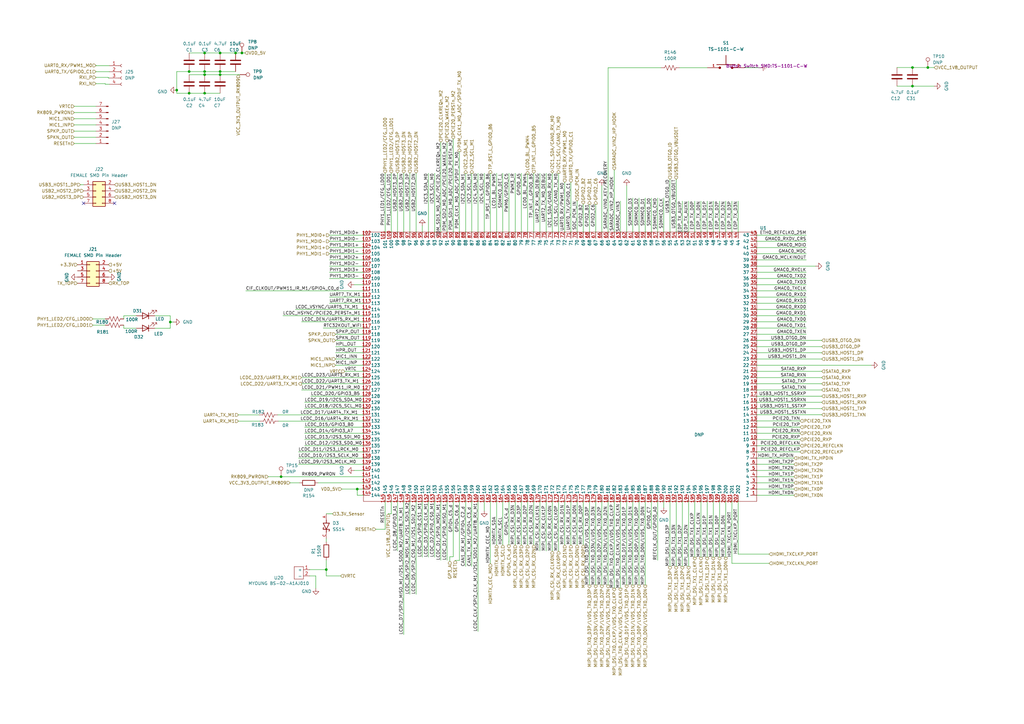
<source format=kicad_sch>
(kicad_sch (version 20231120) (generator "eeschema") (generator_version "7.99")
  (paper "A3")
  (junction (at 133.8295 233.6065))
  (junction (at 90.2707 29.3423))
  (junction (at 83.9207 30.6123))
  (junction (at 99.231 21.7223))
  (junction (at 146.5295 200.5865))
  (junction (at 83.9207 29.3423))
  (junction (at 96.6207 21.7223))
  (junction (at 380.5549 27.6952))
  (junction (at 77.5707 38.2323))
  (junction (at 374.2473 35.3152))
  (junction (at 72.4907 36.9623))
  (junction (at 90.2707 30.6123))
  (junction (at 69.85 132.08))
  (junction (at 115.2798 195.5009))
  (junction (at 90.2707 21.7223))
  (junction (at 77.5707 29.3423))
  (junction (at 83.9207 38.2323))
  (junction (at 374.2473 27.6952))
  (junction (at 83.9207 21.7223))
  (no_connect (at 34.2778 83.3698))
  (no_connect (at 46.9778 83.3698))
  (wire (pts (xy 246.8595 76.1265) (xy 246.8595 95.1765)))
  (wire (pts (xy 124.9395 165.0265) (xy 149.0695 165.0265)))
  (wire (pts (xy 188.4395 95.1765) (xy 188.4395 62.1565)))
  (wire (pts (xy 259.5595 205.6665) (xy 259.5595 239.9565)))
  (wire (pts (xy 127 233.6065) (xy 133.8295 233.6065)))
  (wire (pts (xy 173.1995 92.6365) (xy 173.1995 95.1765)))
  (wire (pts (xy 241.7795 205.6665) (xy 241.7795 239.9565)))
  (wire (pts (xy 30.4678 56.3152) (xy 39.3578 56.3152)))
  (wire (pts (xy 145.2595 116.7665) (xy 149.0695 116.7665)))
  (wire (pts (xy 272.2595 208.2065) (xy 272.2595 205.6665)))
  (wire (pts (xy 30.4678 51.2352) (xy 39.3578 51.2352)))
  (wire (pts (xy 310.3595 190.4265) (xy 325.5995 190.4265)))
  (wire (pts (xy 137.6395 149.7865) (xy 149.0695 149.7865)))
  (wire (pts (xy 259.5595 81.2065) (xy 259.5595 95.1765)))
  (wire (pts (xy 374.2473 27.6952) (xy 380.5549 27.6952)))
  (wire (pts (xy 116.0495 129.4665) (xy 149.0695 129.4665)))
  (wire (pts (xy 234.1595 205.6665) (xy 234.1595 223.4465)))
  (wire (pts (xy 30.4678 43.6152) (xy 39.3578 43.6152)))
  (wire (pts (xy 98.3725 30.6115) (xy 98.3725 30.6123)))
  (wire (pts (xy 135.0995 114.2265) (xy 149.0695 114.2265)))
  (wire (pts (xy 30.4678 48.6952) (xy 39.3578 48.6952)))
  (wire (pts (xy 154.1495 217.0965) (xy 157.9595 217.0965)))
  (wire (pts (xy 229.0795 71.0465) (xy 229.0795 95.1765)))
  (wire (pts (xy 69.85 132.08) (xy 69.85 134.62)))
  (wire (pts (xy 231.6195 74.8565) (xy 231.6195 95.1765)))
  (wire (pts (xy 279.8795 82.4765) (xy 279.8795 95.1765)))
  (wire (pts (xy 198.5995 95.1765) (xy 198.5995 71.0465)))
  (wire (pts (xy 310.3595 198.0465) (xy 325.5995 198.0465)))
  (wire (pts (xy 246.8595 205.6665) (xy 246.8595 239.9565)))
  (wire (pts (xy 118.9699 198.0273) (xy 118.9699 198.0465)))
  (wire (pts (xy 279.8795 205.6665) (xy 279.8795 232.3365)))
  (wire (pts (xy 310.3595 111.6865) (xy 330.6795 111.6865)))
  (wire (pts (xy 124.9395 180.2665) (xy 149.0695 180.2665)))
  (wire (pts (xy 135.0995 104.0665) (xy 149.0695 104.0665)))
  (wire (pts (xy 188.4395 205.6665) (xy 188.4395 229.87)))
  (wire (pts (xy 310.3595 170.1065) (xy 337.0295 170.1065)))
  (wire (pts (xy 249.3995 205.6665) (xy 249.3995 239.9565)))
  (wire (pts (xy 127.4795 162.4865) (xy 149.0695 162.4865)))
  (wire (pts (xy 295.1195 205.6665) (xy 295.1195 228.5265)))
  (wire (pts (xy 310.3595 116.7665) (xy 330.6795 116.7665)))
  (wire (pts (xy 139.7 236.22) (xy 133.8295 236.22)))
  (wire (pts (xy 206.2195 205.6665) (xy 206.2195 223.4465)))
  (wire (pts (xy 310.3595 159.9465) (xy 337.0295 159.9465)))
  (wire (pts (xy 297.6595 82.4765) (xy 297.6595 95.1765)))
  (wire (pts (xy 72.4907 29.3423) (xy 72.4907 36.9623)))
  (wire (pts (xy 236.6995 205.6665) (xy 236.6995 223.4465)))
  (wire (pts (xy 149.0695 190.4265) (xy 122.3995 190.4265)))
  (wire (pts (xy 310.3595 147.2465) (xy 337.0295 147.2465)))
  (wire (pts (xy 310.3595 154.8665) (xy 337.0295 154.8665)))
  (wire (pts (xy 262.0995 205.6665) (xy 262.0995 239.9565)))
  (wire (pts (xy 244.3195 205.6665) (xy 244.3195 239.9565)))
  (wire (pts (xy 262.0995 81.2065) (xy 262.0995 95.1765)))
  (wire (pts (xy 310.3595 165.0265) (xy 337.0295 165.0265)))
  (wire (pts (xy 146.5295 200.5865) (xy 149.0695 200.5865)))
  (wire (pts (xy 135.0995 106.6065) (xy 149.0695 106.6065)))
  (wire (pts (xy 118.9699 198.0465) (xy 122.8147 198.0465)))
  (wire (pts (xy 123.6695 132.0065) (xy 149.0695 132.0065)))
  (wire (pts (xy 310.3595 200.5865) (xy 325.5995 200.5865)))
  (wire (pts (xy 244.3195 83.7465) (xy 244.3195 95.1765)))
  (wire (pts (xy 264.6395 205.6665) (xy 264.6395 239.9565)))
  (wire (pts (xy 77.5707 21.7223) (xy 83.9207 21.7223)))
  (wire (pts (xy 183.3595 205.6665) (xy 183.3595 229.7965)))
  (wire (pts (xy 310.3595 192.9665) (xy 325.5995 192.9665)))
  (wire (pts (xy 221.4595 71.0465) (xy 221.4595 95.1765)))
  (wire (pts (xy 249.3995 27.7867) (xy 249.3995 95.1765)))
  (wire (pts (xy 236.6995 82.4765) (xy 236.6995 95.1765)))
  (wire (pts (xy 55.88 129.54) (xy 50.8 129.54)))
  (wire (pts (xy 160.4995 210.7465) (xy 160.4995 205.6665)))
  (wire (pts (xy 113.9047 170.18) (xy 125.73 170.18)))
  (wire (pts (xy 123.6695 154.8665) (xy 149.0695 154.8665)))
  (wire (pts (xy 208.7595 71.0465) (xy 208.7595 95.1765)))
  (wire (pts (xy 201.1395 95.1765) (xy 201.1395 71.0465)))
  (wire (pts (xy 129.54 236.22) (xy 127 236.22)))
  (wire (pts (xy 221.4595 205.6665) (xy 221.4595 225.9865)))
  (wire (pts (xy 50.8 129.54) (xy 50.8 130.81)))
  (wire (pts (xy 135.0995 96.4465) (xy 149.0695 96.4465)))
  (wire (pts (xy 98.3725 30.6123) (xy 90.2707 30.6123)))
  (wire (pts (xy 277.3395 205.6665) (xy 277.3395 232.3365)))
  (wire (pts (xy 135.0995 111.6865) (xy 149.0695 111.6865)))
  (wire (pts (xy 254.4795 82.4765) (xy 254.4795 95.1765)))
  (wire (pts (xy 310.3595 157.4065) (xy 337.0295 157.4065)))
  (wire (pts (xy 184.5048 230.1103) (xy 184.5048 228.346)))
  (wire (pts (xy 287.4995 205.6665) (xy 287.4995 228.5265)))
  (wire (pts (xy 83.9207 21.7223) (xy 90.2707 21.7223)))
  (wire (pts (xy 310.3595 139.6265) (xy 337.0295 139.6265)))
  (wire (pts (xy 39.37 34.29) (xy 43.18 34.29)))
  (wire (pts (xy 140.1795 200.5865) (xy 146.5295 200.5865)))
  (wire (pts (xy 208.7328 222.0138) (xy 208.7595 222.0138)))
  (wire (pts (xy 38.1 130.81) (xy 43.18 130.81)))
  (wire (pts (xy 175.7395 95.1765) (xy 175.7395 71.0465)))
  (wire (pts (xy 178.2795 205.6665) (xy 178.2795 228.5265)))
  (wire (pts (xy 100.8095 119.3065) (xy 149.0695 119.3065)))
  (wire (pts (xy 90.2707 29.3423) (xy 83.9207 29.3423)))
  (wire (pts (xy 137.6395 139.6265) (xy 149.0695 139.6265)))
  (wire (pts (xy 310.3595 187.8865) (xy 325.5995 187.8865)))
  (wire (pts (xy 137.6395 144.7065) (xy 149.0695 144.7065)))
  (wire (pts (xy 254.4795 205.6665) (xy 254.4795 241.2265)))
  (wire (pts (xy 39.37 26.9202) (xy 39.37 26.8525)))
  (wire (pts (xy 149.0695 185.3465) (xy 122.3995 185.3465)))
  (wire (pts (xy 135.0995 98.9865) (xy 149.0695 98.9865)))
  (wire (pts (xy 310.3595 177.7265) (xy 328.1395 177.7265)))
  (wire (pts (xy 193.5195 95.1765) (xy 193.5195 71.0465)))
  (wire (pts (xy 77.5707 30.6123) (xy 83.9207 30.6123)))
  (wire (pts (xy 141.4495 152.3265) (xy 149.0695 152.3265)))
  (wire (pts (xy 137.6395 142.1665) (xy 149.0695 142.1665)))
  (wire (pts (xy 310.3595 195.5065) (xy 325.5995 195.5065)))
  (wire (pts (xy 310.3595 124.3865) (xy 330.6795 124.3865)))
  (wire (pts (xy 168.1195 205.6665) (xy 168.1195 243.7665)))
  (wire (pts (xy 310.3595 137.0865) (xy 330.6795 137.0865)))
  (wire (pts (xy 115.2798 195.5065) (xy 115.2798 195.5009)))
  (wire (pts (xy 216.3795 71.0465) (xy 216.3795 95.1765)))
  (wire (pts (xy 251.9395 205.6665) (xy 251.9395 241.2265)))
  (wire (pts (xy 290.0395 205.6665) (xy 290.0395 228.5265)))
  (wire (pts (xy 292.5795 82.4765) (xy 292.5795 95.1765)))
  (wire (pts (xy 249.3995 27.7867) (xy 271.0888 27.7867)))
  (wire (pts (xy 206.2195 95.1765) (xy 206.2195 71.0465)))
  (wire (pts (xy 310.3595 175.1865) (xy 328.1395 175.1865)))
  (wire (pts (xy 33.0078 75.7498) (xy 34.2778 75.7498)))
  (wire (pts (xy 226.5395 71.0465) (xy 226.5395 95.1765)))
  (wire (pts (xy 267.1795 205.6665) (xy 267.1795 217.0965)))
  (wire (pts (xy 55.88 134.62) (xy 50.8 134.62)))
  (wire (pts (xy 278.7088 27.7867) (xy 290.1388 27.7867)))
  (wire (pts (xy 211.2995 205.6665) (xy 211.2995 223.4465)))
  (wire (pts (xy 129.54 241.3) (xy 129.54 236.22)))
  (wire (pts (xy 292.5795 205.6665) (xy 292.5795 228.5265)))
  (wire (pts (xy 229.0795 205.6665) (xy 229.0795 225.9865)))
  (wire (pts (xy 133.8295 222.1765) (xy 133.8295 220.9065)))
  (wire (pts (xy 44.45 32.0002) (xy 44.8672 32.0002)))
  (wire (pts (xy 310.3595 129.4665) (xy 330.6795 129.4665)))
  (wire (pts (xy 185.8995 205.6665) (xy 185.8995 228.346)))
  (wire (pts (xy 39.37 29.3925) (xy 44.8672 29.3925)))
  (wire (pts (xy 145.2595 192.9665) (xy 149.0695 192.9665)))
  (wire (pts (xy 310.3595 162.4865) (xy 337.0295 162.4865)))
  (wire (pts (xy 135.0995 121.8465) (xy 149.0695 121.8465)))
  (wire (pts (xy 130.4347 198.0465) (xy 149.0695 198.0465)))
  (wire (pts (xy 295.1195 82.4765) (xy 295.1195 95.1765)))
  (wire (pts (xy 90.2707 21.7223) (xy 96.6207 21.7223)))
  (wire (pts (xy 234.1595 74.8565) (xy 234.1595 95.1765)))
  (wire (pts (xy 124.9395 167.5665) (xy 149.0695 167.5665)))
  (wire (pts (xy 367.8973 27.6952) (xy 374.2473 27.6952)))
  (wire (pts (xy 69.85 129.54) (xy 63.5 129.54)))
  (wire (pts (xy 251.9395 69.7765) (xy 251.9395 95.1765)))
  (wire (pts (xy 223.9995 205.6665) (xy 223.9995 225.9865)))
  (wire (pts (xy 310.3595 96.4465) (xy 330.6795 96.4465)))
  (wire (pts (xy 163.0395 205.6665) (xy 163.0395 225.9865)))
  (wire (pts (xy 282.4195 82.4765) (xy 282.4195 95.1765)))
  (wire (pts (xy 132.5595 134.5465) (xy 149.0695 134.5465)))
  (wire (pts (xy 83.9207 30.6123) (xy 90.2707 30.6123)))
  (wire (pts (xy 175.7395 205.6665) (xy 175.7395 228.5265)))
  (wire (pts (xy 173.1995 205.6665) (xy 173.1995 228.5265)))
  (wire (pts (xy 72.4907 38.2323) (xy 77.5707 38.2323)))
  (wire (pts (xy 213.8395 71.0465) (xy 213.8395 95.1765)))
  (wire (pts (xy 190.9795 95.1765) (xy 190.9795 71.0465)))
  (wire (pts (xy 310.3595 142.1665) (xy 337.0295 142.1665)))
  (wire (pts (xy 96.6207 29.3423) (xy 90.2707 29.3423)))
  (wire (pts (xy 231.6195 205.6665) (xy 231.6195 223.4465)))
  (wire (pts (xy 239.2395 83.7465) (xy 239.2395 95.1765)))
  (wire (pts (xy 146.5295 203.1265) (xy 146.5295 200.5865)))
  (wire (pts (xy 96.6207 21.7223) (xy 99.231 21.7223)))
  (wire (pts (xy 124.9395 177.7265) (xy 149.0695 177.7265)))
  (wire (pts (xy 123.6695 159.9465) (xy 149.0695 159.9465)))
  (wire (pts (xy 137.6395 137.0865) (xy 149.0695 137.0865)))
  (wire (pts (xy 310.3595 134.5465) (xy 330.6795 134.5465)))
  (wire (pts (xy 188.4395 229.87) (xy 186.69 229.87)))
  (wire (pts (xy 39.37 31.75) (xy 44.45 31.75)))
  (wire (pts (xy 300.1995 231.0665) (xy 300.1995 205.6665)))
  (wire (pts (xy 223.9995 71.0465) (xy 223.9995 95.1765)))
  (wire (pts (xy 310.3595 203.1265) (xy 325.5995 203.1265)))
  (wire (pts (xy 77.5707 38.2323) (xy 83.9207 38.2323)))
  (wire (pts (xy 310.3595 152.3265) (xy 337.0295 152.3265)))
  (wire (pts (xy 136.3695 210.7465) (xy 133.8295 210.7465)))
  (wire (pts (xy 218.9195 205.6665) (xy 218.9195 223.4465)))
  (wire (pts (xy 310.3595 167.5665) (xy 337.0295 167.5665)))
  (wire (pts (xy 184.5048 228.346) (xy 185.8995 228.346)))
  (wire (pts (xy 135.0995 124.3865) (xy 149.0695 124.3865)))
  (wire (pts (xy 211.2995 71.0465) (xy 211.2995 95.1765)))
  (wire (pts (xy 310.3595 180.2665) (xy 328.1395 180.2665)))
  (wire (pts (xy 110.0416 195.5009) (xy 115.2798 195.5009)))
  (wire (pts (xy 44.8672 26.9202) (xy 39.37 26.9202)))
  (wire (pts (xy 290.0395 82.4765) (xy 290.0395 95.1765)))
  (wire (pts (xy 310.3595 104.0665) (xy 330.6795 104.0665)))
  (wire (pts (xy 149.0695 187.8865) (xy 122.3995 187.8865)))
  (wire (pts (xy 226.5395 205.6665) (xy 226.5395 225.9865)))
  (wire (pts (xy 170.6595 205.6665) (xy 170.6595 243.7665)))
  (wire (pts (xy 31.75 116.1735) (xy 31.7819 116.1735)))
  (wire (pts (xy 310.3595 98.9865) (xy 330.6795 98.9865)))
  (wire (pts (xy 272.2595 81.2065) (xy 272.2595 95.1765)))
  (wire (pts (xy 193.5195 205.6665) (xy 193.5195 232.3365)))
  (wire (pts (xy 44.45 31.75) (xy 44.45 32.0002)))
  (wire (pts (xy 159.2295 210.7465) (xy 160.4995 210.7465)))
  (wire (pts (xy 43.18 34.5402) (xy 44.8672 34.5402)))
  (wire (pts (xy 380.5549 27.6952) (xy 383.1373 27.6952)))
  (wire (pts (xy 38.1 133.35) (xy 43.18 133.35)))
  (wire (pts (xy 208.7328 222.0138) (xy 208.7328 223.5044)))
  (wire (pts (xy 269.7195 205.6665) (xy 269.7195 229.7965)))
  (wire (pts (xy 310.3595 144.7065) (xy 337.0295 144.7065)))
  (wire (pts (xy 44.8672 29.3925) (xy 44.8672 29.4602)))
  (wire (pts (xy 334.4895 109.1465) (xy 310.3595 109.1465)))
  (wire (pts (xy 170.6595 71.0465) (xy 170.6595 95.1765)))
  (wire (pts (xy 284.9595 82.4765) (xy 284.9595 95.1765)))
  (wire (pts (xy 30.4678 53.7752) (xy 39.3578 53.7752)))
  (wire (pts (xy 97.79 170.18) (xy 106.2847 170.18)))
  (wire (pts (xy 71.12 132.08) (xy 69.85 132.08)))
  (wire (pts (xy 178.2795 95.1765) (xy 178.2795 71.0465)))
  (wire (pts (xy 300.1995 82.4765) (xy 300.1995 95.1765)))
  (wire (pts (xy 50.8 134.62) (xy 50.8 133.35)))
  (wire (pts (xy 203.6795 95.1765) (xy 203.6795 71.0465)))
  (wire (pts (xy 135.0995 101.5265) (xy 149.0695 101.5265)))
  (wire (pts (xy 30.4678 46.1552) (xy 39.3578 46.1552)))
  (wire (pts (xy 274.7995 205.6665) (xy 274.7995 232.3365)))
  (wire (pts (xy 310.3595 132.0065) (xy 330.6795 132.0065)))
  (wire (pts (xy 196.0595 205.6665) (xy 196.0595 259.0065)))
  (wire (pts (xy 183.3595 95.1765) (xy 183.3595 58.3465)))
  (wire (pts (xy 97.79 172.72) (xy 106.5908 172.72)))
  (wire (pts (xy 180.8195 205.6665) (xy 180.8195 229.7965)))
  (wire (pts (xy 310.3595 126.9265) (xy 330.6795 126.9265)))
  (wire (pts (xy 77.5707 29.3423) (xy 72.4907 29.3423)))
  (wire (pts (xy 115.2798 195.5065) (xy 149.0695 195.5065)))
  (wire (pts (xy 133.8295 229.7965) (xy 133.8295 233.6065)))
  (wire (pts (xy 310.3595 114.2265) (xy 330.6795 114.2265)))
  (wire (pts (xy 69.85 132.08) (xy 69.85 129.54)))
  (wire (pts (xy 297.6595 205.6665) (xy 297.6595 228.5265)))
  (wire (pts (xy 257.0195 205.6665) (xy 257.0195 239.9565)))
  (wire (pts (xy 99.231 21.7223) (xy 100.4307 21.7223)))
  (wire (pts (xy 315.4395 227.2565) (xy 302.7395 227.2565)))
  (wire (pts (xy 137.6395 147.2465) (xy 149.0695 147.2465)))
  (wire (pts (xy 218.9195 71.0465) (xy 218.9195 95.1765)))
  (wire (pts (xy 310.3595 121.8465) (xy 330.6795 121.8465)))
  (wire (pts (xy 302.7395 82.4765) (xy 302.7395 95.1765)))
  (wire (pts (xy 114.2108 172.72) (xy 127 172.72)))
  (wire (pts (xy 121.1295 126.9265) (xy 149.0695 126.9265)))
  (wire (pts (xy 367.8973 35.3152) (xy 374.2473 35.3152)))
  (wire (pts (xy 213.8395 205.6665) (xy 213.8395 223.4465)))
  (wire (pts (xy 267.1795 81.2065) (xy 267.1795 95.1765)))
  (wire (pts (xy 43.18 34.29) (xy 43.18 34.5402)))
  (wire (pts (xy 124.9395 175.1865) (xy 149.0695 175.1865)))
  (wire (pts (xy 123.6695 157.4065) (xy 149.0695 157.4065)))
  (wire (pts (xy 374.2473 35.3152) (xy 383.1373 35.3152)))
  (wire (pts (xy 83.9207 29.3423) (xy 77.5707 29.3423)))
  (wire (pts (xy 257.0195 76.1265) (xy 257.0195 95.1765)))
  (wire (pts (xy 239.2395 205.6665) (xy 239.2395 223.4465)))
  (wire (pts (xy 287.4995 82.4765) (xy 287.4995 95.1765)))
  (wire (pts (xy 203.6795 205.6665) (xy 203.6795 223.4465)))
  (wire (pts (xy 357.3495 149.7865) (xy 310.3595 149.7865)))
  (wire (pts (xy 315.4395 231.0665) (xy 300.1995 231.0665)))
  (wire (pts (xy 30.4678 58.8552) (xy 39.3578 58.8552)))
  (wire (pts (xy 264.6395 81.2065) (xy 264.6395 95.1765)))
  (wire (pts (xy 198.5995 209.4765) (xy 198.5995 205.6665)))
  (wire (pts (xy 310.3595 101.5265) (xy 330.6795 101.5265)))
  (wire (pts (xy 269.7195 81.2065) (xy 269.7195 95.1765)))
  (wire (pts (xy 201.1395 205.6665) (xy 201.1395 231.0665)))
  (wire (pts (xy 157.9595 217.0965) (xy 157.9595 205.6665)))
  (wire (pts (xy 180.8195 95.1765) (xy 180.8195 58.3465)))
  (wire (pts (xy 83.9207 38.2323) (xy 90.2707 38.2323)))
  (wire (pts (xy 124.9395 182.8065) (xy 149.0695 182.8065)))
  (wire (pts (xy 133.8295 236.22) (xy 133.8295 233.6065)))
  (wire (pts (xy 241.7795 83.7465) (xy 241.7795 95.1765)))
  (wire (pts (xy 310.3595 119.3065) (xy 330.6795 119.3065)))
  (wire (pts (xy 185.8995 95.1765) (xy 185.8995 57.0765)))
  (wire (pts (xy 163.0395 71.0465) (xy 163.0395 95.1765)))
  (wire (pts (xy 190.9795 205.6665) (xy 190.9795 232.3365)))
  (wire (pts (xy 160.4995 71.0465) (xy 160.4995 95.1765)))
  (wire (pts (xy 310.3595 185.3465) (xy 328.1395 185.3465)))
  (wire (pts (xy 72.4907 36.9623) (xy 72.4907 38.2323)))
  (wire (pts (xy 310.3595 106.6065) (xy 330.6795 106.6065)))
  (wire (pts (xy 284.9595 205.6665) (xy 284.9595 228.5265)))
  (wire (pts (xy 165.5795 71.0465) (xy 165.5795 95.1765)))
  (wire (pts (xy 149.0695 203.1265) (xy 146.5295 203.1265)))
  (wire (pts (xy 282.4195 205.6665) (xy 282.4195 232.3365)))
  (wire (pts (xy 274.7995 73.5865) (xy 274.7995 95.1765)))
  (wire (pts (xy 157.9595 71.0465) (xy 157.9595 95.1765)))
  (wire (pts (xy 135.0995 109.1465) (xy 149.0695 109.1465)))
  (wire (pts (xy 168.1195 71.0465) (xy 168.1195 95.1765)))
  (wire (pts (xy 196.0595 95.1765) (xy 196.0595 71.0465)))
  (wire (pts (xy 310.3595 172.6465) (xy 328.1395 172.6465)))
  (wire (pts (xy 302.7395 227.2565) (xy 302.7395 205.6665)))
  (wire (pts (xy 125.73 170.18) (xy 149.0695 170.1065)))
  (wire (pts (xy 165.5795 205.6665) (xy 165.5795 260.2765)))
  (wire (pts (xy 305.3788 27.7867) (xy 311.7288 27.7867)))
  (wire (pts (xy 208.7595 222.0138) (xy 208.7595 205.6665)))
  (wire (pts (xy 127 172.72) (xy 149.0695 172.6465)))
  (wire (pts (xy 216.3795 205.6665) (xy 216.3795 223.4465)))
  (wire (pts (xy 69.85 134.62) (xy 63.5 134.62)))
  (wire (pts (xy 127 233.6065) (xy 127 233.68)))
  (wire (pts (xy 310.3595 182.8065) (xy 328.1395 182.8065)))
  (wire (pts (xy 277.3395 73.5865) (xy 277.3395 95.1765)))
  (label "SARADC_VIN0_KEY{slash}RECOVERY" (at 249.3995 65.9665 270))
  (label "MIPI_DSI_TX1_D3N" (at 277.3395 232.3365 90))
  (label "GMAC0_RXD1" (at 330.6795 129.4665 180))
  (label "LCDC_D12{slash}I2S3_SD0_M0" (at 124.9395 182.8065 0))
  (label "MIPI_DSI_TX0_D3P{slash}LVDS_TX0_D3P" (at 241.7795 239.9565 90))
  (label "MIPI_DSI_TX1_CLKN" (at 287.4995 228.5265 90))
  (label "UART0_RX{slash}PWM1_M0" (at 231.6195 74.8565 270))
  (label "LCDC_D9{slash}I2S3_MCLK_M0" (at 122.3995 190.4265 0))
  (label "SATA0_TXN" (at 330.6795 159.9465 180))
  (label "USB2_HOST2_DN" (at 170.6595 71.0465 270))
  (label "MIPI_DSI_TX1_D1N" (at 292.5795 228.5265 90))
  (label "MIPI_DSI_TX0_D2P{slash}LVDS_TX0_D2P" (at 246.8595 239.9565 90))
  (label "SOC_PCM_IN" (at 236.6995 82.4765 270))
  (label "TP_RST_L_GPIO0_B6" (at 201.1395 71.0465 270))
  (label "LCDC_D13{slash}I2S3_SDI_M0" (at 124.9395 180.2665 0))
  (label "LCDC_VSYNC{slash}UART5_TX_M1" (at 121.1295 126.9265 0))
  (label "HDMITX_CEC_M0" (at 201.1395 231.0665 90))
  (label "PHY1_LED2{slash}CFG_LDO1" (at 160.4995 71.0465 270))
  (label "HDMITX_SDA" (at 203.6795 223.4465 90))
  (label "SATA0_TXP" (at 330.6795 157.4065 180))
  (label "PCIE20_RXN" (at 328.1395 177.7265 180))
  (label "SDMMC0_D3" (at 259.5595 81.2065 270))
  (label "USB3_HOST1_SSTXP" (at 330.6795 167.5665 180))
  (label "CAN1_RX_M1{slash}GPIO4_C2_d" (at 190.9795 232.3365 90))
  (label "PCIE20_RXP" (at 328.1395 180.2665 180))
  (label "GPIO4_C6_d" (at 188.4395 218.3665 90))
  (label "HDMI_TX0N" (at 325.5995 203.1265 180))
  (label "GMAC0_TXD1" (at 330.6795 134.5465 180))
  (label "GMAC0_MDC" (at 330.6795 104.0665 180))
  (label "MIPI_CSI_RX_D2P" (at 216.3795 223.4465 90))
  (label "EDP_TX_D0P" (at 284.9595 82.4765 270))
  (label "HDMI_TX2N" (at 325.5995 192.9665 180))
  (label "EDP_TX_D2P" (at 295.1195 82.4765 270))
  (label "LCDC_D18{slash}I2C5_SCL_M0" (at 124.9395 167.5665 0))
  (label "LCDC_D7{slash}SPI2_MISO_M1{slash}I2S1_SDO0_M2{slash}UART8_TX_M1" (at 165.5795 260.2765 90))
  (label "GMAC0_MCLKINOUT" (at 330.6795 106.6065 180))
  (label "UART7_TX_M1" (at 135.0995 121.8465 0))
  (label "GMAC0_TXD0" (at 330.6795 132.0065 180))
  (label "MIPI_DSI_TX1_D1P" (at 290.0395 228.5265 90))
  (label "SATA0_RXP" (at 330.6795 152.3265 180))
  (label "HPR_OUT" (at 137.6395 144.7065 0))
  (label "I2C4_SCL_M0" (at 198.5995 71.0465 270))
  (label "MIPI_CSI_RX_CLK0N" (at 226.5395 225.9865 90))
  (label "I2C2_SDA_M1" (at 190.9795 71.0465 270))
  (label "GPIO4_C4_d" (at 208.7595 219.6365 90))
  (label "LCDC_D3{slash}SPI0_CLK_M1" (at 175.7395 228.5265 90))
  (label "SARADC_VIN3" (at 254.4795 82.4765 270))
  (label "UART2_RX_M0_DEBUG" (at 221.4595 71.0465 270))
  (label "SPKP_OUT" (at 137.6395 137.0865 0))
  (label "PCIE20_TXN" (at 328.1395 172.6465 180))
  (label "LCDC_D11{slash}I2S3_LRCK_M0" (at 122.3995 185.3465 0))
  (label "MIPI_DSI_TX0_D3N{slash}LVDS_TX0_D3N" (at 244.3195 239.9565 90))
  (label "RTC32KOUT_WIFI" (at 132.5595 134.5465 0))
  (label "PHY1_LED1{slash}CFG_LDO0" (at 157.9595 71.0465 270))
  (label "GMAC0_TXD3" (at 330.6795 116.7665 180))
  (label "USB2_HOST2_DP" (at 168.1195 71.0465 270))
  (label "GMAC0_TXD2" (at 330.6795 114.2265 180))
  (label "GPIO2_B2" (at 239.2395 83.7465 270))
  (label "SDMMC0_D2" (at 262.0995 81.2065 270))
  (label "LCDC_D8{slash}GPIO3_A1" (at 163.0395 225.9865 90))
  (label "EDP_TX_D1P" (at 290.0395 82.4765 270))
  (label "PHY1_MDI2+" (at 135.0995 106.6065 0))
  (label "I2C4_SDA_M0" (at 196.0595 71.0465 270))
  (label "SATA0_RXN" (at 330.6795 154.8665 180))
  (label "ETH0_REFCLKO_25M" (at 330.6795 96.4465 180))
  (label "HDMI_TX1N" (at 325.5995 198.0465 180))
  (label "USB2_HOST3_DP" (at 163.0395 71.0465 270))
  (label "MIPI_DSI_TX0_D1P{slash}LVDS_TX0_D1P" (at 257.0195 239.9565 90))
  (label "PCIE20_TXP" (at 328.1395 175.1865 180))
  (label "PHY1_MDI0-" (at 135.0995 98.9865 0))
  (label "UART0_TX{slash}GPIO0_C1" (at 234.1595 74.8565 270))
  (label "REFCLK_OUT{slash}GPIO0_A0" (at 269.7195 229.7965 90))
  (label "USB3_HOST1_DN" (at 330.6795 147.2465 180))
  (label "MIPI_CSI_RX_CLK1P" (at 223.9995 225.9865 90))
  (label "MIPI_DSI_TX0_D0P{slash}LVDS_TX0_D0P" (at 262.0995 239.9565 90))
  (label "HPL_OUT" (at 137.6395 142.1665 0))
  (label "EDP_TX_D1N" (at 292.5795 82.4765 270))
  (label "LCDC_D5{slash}SPI2_CS0_M1{slash}I2S1_SDI2_M2" (at 170.6595 243.7665 90))
  (label "MIPI_CSI_RX_D0N" (at 236.6995 223.4465 90))
  (label "PDM_SDI3_M0_ADC{slash}PCIE20_CLKREQn_M2" (at 180.8195 58.3465 270))
  (label "HDMI_TXCLKP_PORT" (at 302.7395 227.2565 90))
  (label "PHY1_MDI1+" (at 135.0995 101.5265 0))
  (label "SDMMC0_DET_L" (at 206.2195 71.0465 270))
  (label "HDMI_TXCLKN_PORT" (at 300.1995 228.5265 90))
  (label "USB3_OTG0_DP" (at 330.6795 142.1665 180))
  (label "LCDC_D14{slash}GPIO3_A7" (at 124.9395 177.7265 0))
  (label "GMAC0_RXCLK" (at 330.6795 111.6865 180))
  (label "MIPI_DSI_TX0_CLKN{slash}LVDS_TX0_CLKN" (at 254.4795 241.2265 90))
  (label "HDMI_TX0P" (at 325.5995 200.5865 180))
  (label "MIPI_DSI_TX1_D2N" (at 282.4195 232.3365 90))
  (label "GPIO0_A5" (at 213.8395 71.0465 270))
  (label "LCDC_CLK{slash}SPI2_CLK_M1{slash}I2S1_SDO1_M2{slash}UART8_RX_M1" (at 196.0595 259.0065 90))
  (label "LCDC_D15{slash}GPIO3_B0" (at 124.9395 175.1865 0))
  (label "MIPI_DSI_TX0_D2N{slash}LVDS_TX0_D2N" (at 249.3995 239.9565 90))
  (label "LCDC_HSYNC{slash}PCIE20_PERSTn_M1" (at 116.0495 129.4665 0))
  (label "LCDC_D21{slash}PWM11_IR_M0" (at 123.6695 159.9465 0))
  (label "PHY1_MDI3+" (at 135.0995 111.6865 0))
  (label "MIPI_DSI_TX0_CLKP{slash}LVDS_TX0_CLKP" (at 251.9395 241.2265 90))
  (label "MIPI_CSI_RX_CLK1N" (at 221.4595 225.9865 90))
  (label "USB3_HOST1_SSTXN" (at 330.6795 170.1065 180))
  (label "EDP_TX_AUXP" (at 279.8795 82.4765 270))
  (label "MIPI_CSI_RX_D3N" (at 211.2995 223.4465 90))
  (label "RESETn" (at 157.9595 214.5565 90))
  (label "SDMMC0_D1" (at 264.6395 81.2065 270))
  (label "LCDC_D16{slash}UART4_RX_M1" (at 123.19 172.72 0))
  (label "GMAC0_TXCLK" (at 330.6795 119.3065 180))
  (label "VRTC" (at 141.4495 152.3265 0))
  (label "UART7_RX_M1" (at 135.0995 124.3865 0))
  (label "MIPI_CSI_RX_CLK0P" (at 229.0795 225.9865 90))
  (label "LCDC_D1{slash}SPI0_MOSI_M1" (at 180.8195 229.7965 90))
  (label "LCDC_D20{slash}GPIO3_B5" (at 127.4795 162.4865 0))
  (label "MIPI_CSI_RX_D1N" (at 231.6195 223.4465 90))
  (label "EDP_TX_D2N" (at 297.6595 82.4765 270))
  (label "PDM_SDI2_M0_ADC{slash}PCIE20_WAKEn_M2" (at 183.3595 58.3465 270))
  (label "USB3_OTG0_DN" (at 330.6795 139.6265 180))
  (label "CAN1_TX_M1{slash}GPIO4_C3_d" (at 193.5195 232.3365 90))
  (label "PCIE20_REFCLKP" (at 328.1395 185.3465 180))
  (label "MIPI_CSI_RX_D1P" (at 234.1595 223.4465 90))
  (label "SDMMC0_CLK" (at 272.2595 81.2065 270))
  (label "CIF_CLKOUT{slash}PWM11_IR_M1{slash}GPIO4_C0_d" (at 100.8095 119.3065 0))
  (label "GMAC0_TXEN" (at 330.6795 137.0865 180))
  (label "MIPI_DSI_TX1_D3P" (at 274.7995 232.3365 90))
  (label "GPIO0_C7" (at 267.1795 217.0965 90))
  (label "PDM_SDI1_M0_ADC{slash}PCIE20_PERSTn_M2" (at 185.8995 57.0765 270))
  (label "I2C3_SCL_M0" (at 178.2795 71.0465 270))
  (label "USB3_HOST1_SSRXN" (at 330.6795 165.0265 180))
  (label "SDMMC0_CMD" (at 269.7195 81.2065 270))
  (label "MIPI_DSI_TX0_D0N{slash}LVDS_TX0_D0N" (at 264.6395 239.9565 90))
  (label "MIC1_INN" (at 137.6395 147.2465 0))
  (label "PDM_CLK1_M0_ADC{slash}SPDIF_TX_M0" (at 188.4395 62.1565 270))
  (label "GPIO4_C5_d" (at 185.8995 218.3665 90))
  (label "GPIO2_B1" (at 241.7795 83.7465 270))
  (label "LCDC_D17{slash}UART4_TX_M1" (at 123.19 170.18 0))
  (label "PCIE20_REFCLKN" (at 328.1395 182.8065 180))
  (label "MIC1_INP" (at 137.6395 149.7865 0))
  (label "SDMMC0_D0" (at 267.1795 81.2065 270))
  (label "GMAC0_RXDV_CRS" (at 330.6795 98.9865 180))
  (label "SARADC_VIN2_HP_HOOK" (at 251.9395 72.3165 270))
  (label "USB3_OTG0_ID" (at 274.7995 73.5865 270))
  (label "EDP_TX_AUXN" (at 282.4195 82.4765 270))
  (label "HDMITX_SCL" (at 206.2195 223.4465 90))
  (label "LCD1_BL_PWM5" (at 203.6795 71.0465 270))
  (label "EDP_TX_D3P" (at 300.1995 82.4765 270))
  (label "LCDC_D1{slash}SPI0_MISO_M1" (at 183.3595 229.7965 90))
  (label "PHY1_MDI1-" (at 135.0995 104.0665 0))
  (label "MIPI_DSI_TX1_CLKP" (at 284.9595 228.5265 90))
  (label "LCDC_D19{slash}I2C5_SDA_M0" (at 124.9395 165.0265 0))
  (label "LCD0_BL_PWM4" (at 216.3795 71.0465 270))
  (label "SPKN_OUT" (at 137.6395 139.6265 0))
  (label "GPIO2_C6" (at 244.3195 83.7465 270))
  (label "HDMI_TX1P" (at 325.5995 195.5065 180))
  (label "PWM6{slash}GPIO0_C5" (at 208.7595 71.0465 270))
  (label "GMAC0_MDIO" (at 330.6795 101.5265 180))
  (label "EDP_TX_D3N" (at 302.7395 82.4765 270))
  (label "MIPI_DSI_TX0_D1N{slash}LVDS_TX0_D1N" (at 259.5595 239.9565 90))
  (label "I2C1_SDA{slash}CAN0_RX_M0" (at 226.5395 71.0465 270))
  (label "MIPI_DSI_TX1_D0N" (at 297.6595 228.5265 90))
  (label "LCDC_DEN{slash}UART5_RX_M1" (at 123.6695 132.0065 0))
  (label "USB2_HOST3_DN" (at 165.5795 71.0465 270))
  (label "LCDC_D22{slash}UART3_TX_M1" (at 123.6695 157.4065 0))
  (label "RK809_PWRON" (at 123.6695 195.5065 0))
  (label "MIPI_CSI_RX_D3P" (at 213.8395 223.4465 90))
  (label "PHY1_MDI0+" (at 135.0995 96.4465 0))
  (label "PWM3_IR" (at 211.2995 71.0465 270))
  (label "GMAC0_RXD0" (at 330.6795 126.9265 180))
  (label "LCDC_D4{slash}SPI0_CS1_M1" (at 173.1995 228.5265 90))
  (label "EDP_TX_D0N" (at 287.4995 82.4765 270))
  (label "LCDC_D10{slash}I2S3_SCLK_M0" (at 122.3995 187.8865 0))
  (label "MIPI_CSI_RX_D2N" (at 218.9195 223.4465 90))
  (label "UART2_TX_M0_DEBUG" (at 223.9995 71.0465 270))
  (label "GMAC0_RXD3" (at 330.6795 124.3865 180))
  (label "I2C2_SCL_M1" (at 193.5195 71.0465 270))
  (label "LCDC_D2{slash}SPI0_CS0_M1" (at 178.2795 228.5265 90))
  (label "USB3_HOST1_DP" (at 330.6795 144.7065 180))
  (label "USB3_OTG0_VBUSDET" (at 277.3395 73.5865 270))
  (label "HDMI_TX2P" (at 325.5995 190.4265 180))
  (label "MIPI_DSI_TX1_D0P" (at 295.1195 228.5265 90))
  (label "LCDC_D6{slash}SPI2_MOSI_M1{slash}I2S1_SDI3_M2" (at 168.1195 243.7665 90))
  (label "I2C3_SDA_M0" (at 175.7395 71.0465 270))
  (label "MIPI_CSI_RX_D0P" (at 239.2395 223.4465 90))
  (label "LCDC_D23{slash}UART3_RX_M1" (at 123.6695 154.8665 0))
  (label "I2C1_SCL{slash}CAN0_TX_M0" (at 229.0795 71.0465 270))
  (label "HDMI_TX_HPDIN" (at 325.5995 187.8865 180))
  (label "PHY1_MDI2-" (at 135.0995 109.1465 0))
  (label "MIPI_DSI_TX1_D2P" (at 279.8795 232.3365 90))
  (label "PHY1_MDI3-" (at 135.0995 114.2265 0))
  (label "GMAC0_RXD2" (at 330.6795 121.8465 180))
  (label "USB3_HOST1_SSRXP" (at 330.6795 162.4865 180))
  (label "TP_INT_L_GPIO0_B5" (at 218.9195 71.0465 270))
  (hierarchical_label "SPKN_OUT" (shape input) (at 30.4678 56.3152 180))
  (hierarchical_label "I2C2_SCL_M1" (shape output) (at 193.5195 71.0465 90))
  (hierarchical_label "HDMI_TX2N" (shape input) (at 325.5995 192.9665 0))
  (hierarchical_label "MIPI_DSI_TX1_D0N" (shape output) (at 297.6595 228.5265 270))
  (hierarchical_label "HDMI_TX0N" (shape input) (at 325.5995 203.1265 0))
  (hierarchical_label "VCC_1V8_OUTPUT" (shape input) (at 383.1373 27.6952 0))
  (hierarchical_label "VDD_5V" (shape input) (at 100.4307 21.7223 0))
  (hierarchical_label "USB3_OTG0_DN" (shape input) (at 337.0295 139.6265 0))
  (hierarchical_label "HDMITX_CEC_M0" (shape input) (at 201.1395 231.0665 270))
  (hierarchical_label "PHY1_MDI0+" (shape input) (at 135.0995 96.4465 180))
  (hierarchical_label "VRTC" (shape input) (at 30.4678 43.6152 180))
  (hierarchical_label "PHY1_LED2{slash}CFG_LDO1" (shape input) (at 38.1 133.35 180))
  (hierarchical_label "LCD0_BL_PWM4" (shape output) (at 216.3795 71.456 90))
  (hierarchical_label "MIPI_DSI_TX0_CLKP{slash}LVDS_TX0_CLKP" (shape output) (at 251.9395 241.2265 270))
  (hierarchical_label "MIC1_INN" (shape input) (at 30.4678 48.6952 180))
  (hierarchical_label "MIPI_DSI_TX0_D0P{slash}LVDS_TX0_D0P" (shape output) (at 262.0995 239.9565 270))
  (hierarchical_label "PHY1_MDI1-" (shape input) (at 135.0995 104.0665 180))
  (hierarchical_label "MIPI_CSI_RX_D0P" (shape input) (at 239.2395 223.4465 270))
  (hierarchical_label "MIPI_DSI_TX1_D2P" (shape output) (at 279.8795 232.3365 270))
  (hierarchical_label "SATA0_TXP" (shape input) (at 337.0295 157.4065 0))
  (hierarchical_label "PCIE20_REFCLKN" (shape input) (at 328.1395 182.8065 0))
  (hierarchical_label "UART0_TX{slash}GPIO0_C1" (shape input) (at 234.1595 74.8565 90))
  (hierarchical_label "MIPI_DSI_TX1_D1P" (shape output) (at 290.0395 228.5265 270))
  (hierarchical_label "SPKN_OUT" (shape input) (at 137.6395 139.6265 180))
  (hierarchical_label "UART0_TX{slash}GPIO0_C1" (shape input) (at 39.37 29.3925 180))
  (hierarchical_label "MIPI_DSI_TX0_D1P{slash}LVDS_TX0_D1P" (shape output) (at 257.0195 239.9565 270))
  (hierarchical_label "USB3_HOST1_RXN" (shape input) (at 337.0295 165.0265 0))
  (hierarchical_label "SARADC_VIN2_HP_HOOK" (shape input) (at 251.9395 69.7765 90))
  (hierarchical_label "PDM_CLK1_M0_ADC{slash}SPDIF_TX_M0" (shape output) (at 188.4395 62.1565 90))
  (hierarchical_label "+5V" (shape input) (at 44.4819 111.0935 0))
  (hierarchical_label "SPKP_OUT" (shape input) (at 137.6395 137.0865 180))
  (hierarchical_label "RESETn" (shape input) (at 30.4678 58.8552 180))
  (hierarchical_label "MIPI_DSI_TX0_D0N{slash}LVDS_TX0_D0N" (shape output) (at 264.6395 239.9565 270))
  (hierarchical_label "USB3_HOST1_TXN" (shape input) (at 337.0295 170.1065 0))
  (hierarchical_label "MIPI_CSI_RX_D1N" (shape input) (at 231.6195 223.4465 270))
  (hierarchical_label "USB2_HOST3_DP" (shape input) (at 163.0395 71.0465 90))
  (hierarchical_label "HDMI_TX_HPDIN" (shape input) (at 325.5995 187.8865 0))
  (hierarchical_label "MIC1_INP" (shape input) (at 30.4678 51.2352 180))
  (hierarchical_label "VDD_5V" (shape input) (at 140.1795 200.5865 180))
  (hierarchical_label "USB3_HOST1_DN" (shape input) (at 46.9778 75.7498 0))
  (hierarchical_label "RXI_N" (shape input) (at 39.37 34.29 180) (property "Intersheetrefs" "${INTERSHEET_REFS}" (effects (hide yes))))
  (hierarchical_label "HDMI_TX1N" (shape input) (at 325.5995 198.0465 0))
  (hierarchical_label "RK809_PWRON" (shape input) (at 30.4678 46.1552 180))
  (hierarchical_label "MIPI_DSI_TX1_D3P" (shape output) (at 274.7995 232.3365 270))
  (hierarchical_label "HDMITX_SCL" (shape input) (at 206.2195 223.4465 270))
  (hierarchical_label "PCIE20_REFCLKP" (shape input) (at 328.1395 185.3465 0))
  (hierarchical_label "TP_INT_L_GPIO0_B5" (shape input) (at 218.9195 71.1569 90))
  (hierarchical_label "RX_TOP" (shape input) (at 44.4819 116.1735 0))
  (hierarchical_label "MIC1_INP" (shape input) (at 137.6395 149.7865 180))
  (hierarchical_label "SOC_PCM_IN" (shape input) (at 236.6995 82.4765 90))
  (hierarchical_label "HDMI_TX2P" (shape input) (at 325.5995 190.4265 0))
  (hierarchical_label "USB2_HOST3_DN" (shape input) (at 46.9778 80.8298 0))
  (hierarchical_label "MIPI_DSI_TX0_D3N{slash}LVDS_TX0_D3N" (shape output) (at 244.3195 239.9565 270))
  (hierarchical_label "MIPI_CSI_RX_D2P" (shape input) (at 216.3795 223.4465 270))
  (hierarchical_label "PCIE20_TXN" (shape input) (at 328.1395 172.6465 0))
  (hierarchical_label "PCIE20_RXN" (shape input) (at 328.1395 177.7265 0))
  (hierarchical_label "USB3_OTG0_DP" (shape input) (at 337.0295 142.1665 0))
  (hierarchical_label "LCDC_D22{slash}UART3_TX_M1" (shape output) (at 123.6695 157.4065 180))
  (hierarchical_label "MIPI_CSI_RX_CLK0N" (shape input) (at 226.5395 225.9865 270))
  (hierarchical_label "USB2_HOST3_DN" (shape input) (at 165.5795 71.0465 90))
  (hierarchical_label "USB2_HOST2_DP" (shape input) (at 34.2778 78.2898 180))
  (hierarchical_label "UART0_RX{slash}PWM1_M0" (shape input) (at 231.6195 74.8565 90))
  (hierarchical_label "VRTC" (shape input) (at 139.7 236.22 0))
  (hierarchical_label "I2C2_SDA_M1" (shape output) (at 190.9795 71.0956 90))
  (hierarchical_label "SATA0_RXP" (shape input) (at 337.0295 152.3265 0))
  (hierarchical_label "PCIE20_RXP" (shape input) (at 328.1395 180.2665 0))
  (hierarchical_label "MIPI_CSI_RX_D1P" (shape input) (at 234.1595 223.4465 270))
  (hierarchical_label "MIPI_DSI_TX1_CLKP" (shape output) (at 284.9595 228.5265 270))
  (hierarchical_label "MIPI_DSI_TX1_D2N" (shape output) (at 282.4195 232.3365 270))
  (hierarchical_label "+3.3V" (shape input) (at 31.7819 108.5535 180))
  (hierarchical_label "VRTC" (shape input) (at 141.4495 152.3265 180))
  (hierarchical_label "MIPI_DSI_TX1_D0P" (shape output) (at 295.1195 228.5265 270))
  (hierarchical_label "USB3_OTG0_VBUSDET" (shape input) (at 277.3395 73.5865 90))
  (hierarchical_label "MIPI_CSI_RX_D0N" (shape input) (at 236.6995 223.4465 270))
  (hierarchical_label "HDMI_TXCLKP_PORT" (shape input) (at 315.4395 227.2565 0))
  (hierarchical_label "SATA0_RXN" (shape input) (at 337.0295 154.8665 0))
  (hierarchical_label "PHY1_MDI1+" (shape input) (at 135.0995 101.5265 180))
  (hierarchical_label "HDMI_TX0P" (shape input) (at 325.5995 200.5865 0))
  (hierarchical_label "HDMITX_SDA" (shape input) (at 203.6795 223.4465 270))
  (hierarchical_label "RESET" (shape input) (at 186.69 229.87 270))
  (hierarchical_label "RESETn" (shape input) (at 154.1495 217.0965 180))
  (hierarchical_label "MIPI_CSI_RX_D2N" (shape input) (at 218.9195 223.4465 270))
  (hierarchical_label "VCC_1V8_OUTPUT" (shape input) (at 159.2295 210.7465 270))
  (hierarchical_label "USB3_HOST1_DN" (shape input) (at 337.0295 147.2465 0))
  (hierarchical_label "MIPI_DSI_TX0_D2N{slash}LVDS_TX0_D2N" (shape output) (at 249.3995 239.9565 270))
  (hierarchical_label "MIPI_DSI_TX0_D2P{slash}LVDS_TX0_D2P" (shape output) (at 246.8595 239.9565 270))
  (hierarchical_label "GPIO2_B2" (shape input) (at 239.2395 83.7671 90))
  (hierarchical_label "PCIE20_CLKREQn_M2" (shape input) (at 180.8195 58.3465 90))
  (hierarchical_label "UART0_RX{slash}PWM1_M0" (shape input) (at 39.37 26.8525 180))
  (hierarchical_label "VCC_3V3_OUTPUT_RK809" (shape input) (at 97.7195 30.6123 270))
  (hierarchical_label "LCDC_D23{slash}UART3_RX_M1" (shape input) (at 123.6695 154.8665 180))
  (hierarchical_label "PCIE20_PERSTn_M2" (shape input) (at 185.8995 57.0765 90))
  (hierarchical_label "USB3_HOST1_TXP" (shape input) (at 337.0295 167.5665 0))
  (hierarchical_label "USB2_HOST2_DP" (shape input) (at 168.1195 71.0465 90))
  (hierarchical_label "USB3_HOST1_DP" (shape input) (at 33.0078 75.7498 180))
  (hierarchical_label "PCIE20_WAKEn_M2" (shape input) (at 183.3595 58.3465 90))
  (hierarchical_label "MIPI_DSI_TX0_D1N{slash}LVDS_TX0_D1N" (shape output) (at 259.5595 239.9565 270))
  (hierarchical_label "HDMI_TXCLKN_PORT" (shape input) (at 315.4395 231.0665 0))
  (hierarchical_label "+5V" (shape input) (at 44.4819 108.5535 0))
  (hierarchical_label "GPIO2_B1" (shape output) (at 241.7795 83.7465 90))
  (hierarchical_label "GPIO2_C6" (shape output) (at 244.3195 83.7465 90))
  (hierarchical_label "MIPI_DSI_TX1_D1N" (shape output) (at 292.5795 228.5265 270))
  (hierarchical_label "MIPI_DSI_TX0_CLKN{slash}LVDS_TX0_CLKN" (shape output) (at 254.4795 241.2265 270))
  (hierarchical_label "MIPI_CSI_RX_D3P" (shape input) (at 213.8395 223.4465 270))
  (hierarchical_label "MIPI_CSI_RX_CLK0P" (shape input) (at 229.0795 225.9865 270))
  (hierarchical_label "TP_RST_L_GPIO0_B6" (shape output) (at 201.1395 71.0465 90))
  (hierarchical_label "PCIE20_TXP" (shape input) (at 328.1395 175.1865 0))
  (hierarchical_label "USB2_HOST3_DP" (shape input) (at 34.2778 80.8298 180))
  (hierarchical_label "MIPI_DSI_TX1_CLKN" (shape output) (at 287.4995 228.5265 270))
  (hierarchical_label "3.3V_Sensor" (shape input) (at 136.3695 210.7465 0))
  (hierarchical_label "USB3_OTG0_ID" (shape input) (at 274.7995 73.5865 90))
  (hierarchical_label "MIC1_INN" (shape input) (at 137.6395 147.2465 180))
  (hierarchical_label "PHY1_LED2{slash}CFG_LDO1" (shape input) (at 160.4995 71.0465 90))
  (hierarchical_label "SPKP_OUT" (shape input) (at 30.4678 53.7752 180))
  (hierarchical_label "HDMI_TX1P" (shape input) (at 325.5995 195.5065 0))
  (hierarchical_label "TX_TOP" (shape input) (at 31.75 116.1735 180))
  (hierarchical_label "RK809_PWRON" (shape input) (at 110.0416 195.5009 180))
  (hierarchical_label "PHY1_MDI0-" (shape input) (at 135.0995 98.9865 180))
  (hierarchical_label "PHY1_LED2{slash}CFG_LDO0" (shape input) (at 157.9595 71.0465 90))
  (hierarchical_label "GP3_A" (shape input) (at 184.5048 230.1103 270))
  (hierarchical_label "MIPI_CSI_RX_D3N" (shape input) (at 211.2995 223.4465 270))
  (hierarchical_label "UART4_TX_M1" (shape input) (at 97.79 170.18 180))
  (hierarchical_label "USB2_HOST2_DN" (shape input) (at 46.9778 78.2898 0))
  (hierarchical_label "PHY1_LED2{slash}CFG_LDO0" (shape input) (at 38.1 130.81 180))
  (hierarchical_label "SATA0_TXN" (shape input) (at 337.0295 159.9465 0))
  (hierarchical_label "USB3_HOST1_RXP" (shape input) (at 337.0295 162.4865 0))
  (hierarchical_label "USB2_HOST2_DN" (shape input) (at 170.6595 71.0465 90))
  (hierarchical_label "VCC_3V3_OUTPUT_RK809" (shape input) (at 118.9699 198.0273 180))
  (hierarchical_label "USB3_HOST1_DP" (shape input) (at 337.0295 144.7065 0))
  (hierarchical_label "MIPI_DSI_TX0_D3P{slash}LVDS_TX0_D3P" (shape output) (at 241.7795 239.9565 270))
  (hierarchical_label "UART4_RX_M1" (shape input) (at 97.79 172.72 180))
  (hierarchical_label "I2C1_SCL{slash}CAN0_TX_M0" (shape output) (at 229.0795 71.0465 90))
  (hierarchical_label "GPIO4_C4_d" (shape output) (at 208.7328 223.5044 270))
  (hierarchical_label "RXI_P" (shape input) (at 39.37 31.75 180) (property "Intersheetrefs" "${INTERSHEET_REFS}" (effects (hide yes))))
  (hierarchical_label "MIPI_DSI_TX1_D3N" (shape output) (at 277.3395 232.3365 270))
  (hierarchical_label "I2C1_SDA{slash}CAN0_RX_M0" (shape bidirectional) (at 226.5395 71.0465 90))
  (symbol (lib_id "Device:C") (at 90.2707 25.5323 0) (unit 1)
    (property "Reference" "C6" (at 87.7307 20.4523 0) (effects (justify left)))
    (property "Value" "4.7uF" (at 87.7307 17.9123 0) (effects (justify left)))
    (property "Footprint" "Capacitor_SMD:C_0603_1608Metric" (effects (hide yes)))
  )
  (symbol (lib_id "SS14:SS14") (at 133.8295 215.8265 270) (unit 1)
    (property "Reference" "D3" (at 136.3695 214.5564 90) (effects (justify left)))
    (property "Value" "SS14" (at 136.3695 217.0964 90) (effects (justify left)))
    (property "Footprint" "SS14:DIOM4325X250N" (effects (hide yes)))
    (property "STANDARD" "IPC-7351B" (effects (hide yes)))
    (property "MAXIMUM_PACKAGE_HEIGHT" "2.5 mm" (effects (hide yes)))
    (property "MANUFACTURER" "Taiwan Semiconductor" (effects (hide yes)))
    (property "PARTREV" "O2102" (effects (hide yes)))
  )
  (symbol (lib_id "power:GND") (at 145.2595 192.9665 270) (unit 1)
    (property "Reference" "#PWR044" (effects (hide yes)))
    (property "Value" "GND" (at 140.1795 192.9665 0))
  )
  (symbol (lib_id "power:GND") (at 246.8595 76.1265 180) (unit 1)
    (property "Reference" "#PWR047" (effects (hide yes)))
    (property "Value" "GND" (at 246.8595 71.0465 0))
  )
  (symbol (lib_id "power:GND") (at 272.2595 208.2065 0) (unit 1)
    (property "Reference" "#PWR049" (effects (hide yes)))
    (property "Value" "GND" (at 272.2595 213.2865 0))
  )
  (symbol (lib_id "Connector_Generic:Conn_02x04_Odd_Even") (at 36.8619 111.0935 0) (unit 1)
    (property "Reference" "J21" (at 38.1319 102.2035 0))
    (property "Value" "FEMALE SMD Pin Header" (at 38.1319 104.7435 0))
    (property "Footprint" "Connector_PinSocket_2.54mm:PinSocket_2x04_P2.54mm_Vertical_SMD" (effects (hide yes)))
  )
  (symbol (lib_id "Device:C") (at 77.5707 34.4223 0) (unit 1)
    (property "Reference" "C2" (at 76.3007 43.3123 0) (effects (justify left)))
    (property "Value" "0.1uF" (at 75.0307 40.7723 0) (effects (justify left)))
    (property "Footprint" "Capacitor_SMD:C_0603_1608Metric" (effects (hide yes)))
  )
  (symbol (lib_id "Device:LED") (at 59.69 129.54 180) (unit 1)
    (property "Reference" "D31" (at 56.388 127.508 0))
    (property "Value" "LED" (at 65.532 130.81 0))
    (property "Footprint" "LED_SMD:LED_0402_1005Metric" (effects (hide yes)))
    (property "Description" "Light emitting diode" (effects (hide yes)))
  )
  (symbol (lib_id "Connector_Generic:Conn_02x04_Odd_Even") (at 39.3578 78.2898 0) (unit 1)
    (property "Reference" "J22" (at 40.6278 69.3998 0))
    (property "Value" "FEMALE SMD Pin Header" (at 40.6278 71.9398 0))
    (property "Footprint" "Connector_PinSocket_2.54mm:PinSocket_2x04_P2.54mm_Vertical_SMD" (effects (hide yes)))
  )
  (symbol (lib_id "power:GND") (at 198.5995 209.4765 0) (unit 1)
    (property "Reference" "#PWR046" (effects (hide yes)))
    (property "Value" "GND" (at 198.5995 214.5565 0))
  )
  (symbol (lib_id "Device:R") (at 126.6247 198.0465 90) (unit 1)
    (property "Reference" "R154" (at 126.6247 203.3043 90))
    (property "Value" "DNP" (at 126.6247 200.9929 90))
    (property "Footprint" "Resistor_SMD:R_0603_1608Metric" (effects (hide yes)))
  )
  (symbol (lib_id "Connector:TestPoint") (at 98.3725 30.6115 270) (unit 1)
    (property "Reference" "TP9" (at 103.8099 29.3414 90) (effects (justify left)))
    (property "Value" "DNP" (at 103.8099 31.8814 90) (effects (justify left)))
    (property "Footprint" "Connector_Pin:Pin_D1.0mm_L10.0mm" (effects (hide yes)))
    (property "Description" "test point" (effects (hide yes)))
  )
  (symbol (lib_id "Device:R") (at 133.8295 225.9865 0) (unit 1)
    (property "Reference" "R1" (at 128.5717 225.9865 90))
    (property "Value" "150R" (at 130.8831 225.9865 90))
    (property "Footprint" "Resistor_SMD:R_0603_1608Metric" (effects (hide yes)))
  )
  (symbol (lib_id "Device:R_US") (at 46.99 130.81 90) (unit 1)
    (property "Reference" "R180" (at 41.91 132.08 90))
    (property "Value" "100R" (at 54.102 131.064 90))
    (property "Footprint" "Resistor_SMD:R_0603_1608Metric" (effects (hide yes)))
    (property "Description" "Resistor, US symbol" (effects (hide yes)))
  )
  (symbol (lib_id "Device:R_US") (at 110.0947 170.18 90) (unit 1)
    (property "Reference" "R182" (at 105.918 168.91 90))
    (property "Value" "0R" (at 117.094 168.91 90))
    (property "Footprint" "Resistor_SMD:R_0603_1608Metric" (effects (hide yes)))
    (property "Description" "Resistor, US symbol" (effects (hide yes)))
  )
  (symbol (lib_id "TL1015AF160QG:TL1015AF160QG") (at 297.7588 27.7867 0) (unit 1)
    (property "Reference" "S1" (at 297.7588 17.6267 0))
    (property "Value" "TS-1101-C-W" (at 297.7588 20.1667 0))
    (property "Footprint" "Button_Switch_SMD:TS-1101-C-W" (at 297.7588 27.7867 0) (effects (justify left bottom)))
    (property "Description" "\\nTactile Switch SPST-NO Top Actuated Surface Mount\\n" (effects (hide yes)))
    (property "MAXIMUM_PACKAGE_HEIGHT" "2.1 mm" (effects (hide yes)))
    (property "Package" "None" (effects (hide yes)))
    (property "Price" "None" (effects (hide yes)))
    (property "Check_prices" "https://www.snapeda.com/parts/TL1015AF160QG/E-Switch/view-part/?ref=eda" (effects (hide yes)))
    (property "STANDARD" "Manufacturer Recommendations" (effects (hide yes)))
    (property "PARTREV" "F" (effects (hide yes)))
    (property "SnapEDA_Link" "https://www.snapeda.com/parts/TL1015AF160QG/E-Switch/view-part/?ref=snap" (effects (hide yes)))
    (property "MP" "TL1015AF160QG" (effects (hide yes)))
    (property "Purchase-URL" "https://www.snapeda.com/api/url_track_click_mouser/?unipart_id=298646&manufacturer=E-Switch&part_name=TL1015AF160QG&search_term=switch" (effects (hide yes)))
    (property "Availability" "In Stock" (effects (hide yes)))
    (property "MANUFACTURER" "E-Switch" (effects (hide yes)))
  )
  (symbol (lib_id "Device:C") (at 77.5707 25.5323 0) (unit 1)
    (property "Reference" "C1" (at 76.3007 20.4523 0) (effects (justify left)))
    (property "Value" "0.1uF" (at 75.0307 17.9123 0) (effects (justify left)))
    (property "Footprint" "Capacitor_SMD:C_0603_1608Metric" (effects (hide yes)))
  )
  (symbol (lib_id "power:GND") (at 257.0195 76.1265 180) (unit 1)
    (property "Reference" "#PWR048" (effects (hide yes)))
    (property "Value" "GND" (at 257.0195 71.0465 0))
  )
  (symbol (lib_id "Device:C") (at 367.8973 31.5052 0) (unit 1)
    (property "Reference" "C12" (at 365.3573 40.3952 0) (effects (justify left)))
    (property "Value" "4.7uF" (at 365.3573 37.8552 0) (effects (justify left)))
    (property "Footprint" "Capacitor_SMD:C_0603_1608Metric" (effects (hide yes)))
  )
  (symbol (lib_id "Device:R_US") (at 110.4008 172.72 90) (unit 1)
    (property "Reference" "R183" (at 105.664 174.244 90))
    (property "Value" "0R" (at 117.094 174.498 90))
    (property "Footprint" "Resistor_SMD:R_0603_1608Metric" (effects (hide yes)))
    (property "Description" "Resistor, US symbol" (effects (hide yes)))
  )
  (symbol (lib_id "power:GND") (at 357.3495 149.7865 90) (unit 1)
    (property "Reference" "#PWR051" (effects (hide yes)))
    (property "Value" "GND" (at 362.4295 149.7865 0))
  )
  (symbol (lib_id "power:GND") (at 71.12 132.08 90) (unit 1)
    (property "Reference" "#PWR0107" (effects (hide yes)))
    (property "Value" "GND" (at 74.93 132.0799 90) (effects (justify right)))
  )
  (symbol (lib_id "power:Earth") (at 311.7288 27.7867 90) (unit 1)
    (property "Reference" "#PWR0191" (effects (hide yes)))
    (property "Value" "Earth" (effects (hide yes)))
    (property "Description" "Power symbol creates a global label with name \"Earth\"" (effects (hide yes)))
  )
  (symbol (lib_id "Device:R_US") (at 274.8988 27.7867 90) (unit 1)
    (property "Reference" "R146" (at 274.8988 21.4367 90))
    (property "Value" "100R" (at 274.8988 23.9767 90))
    (property "Footprint" "Resistor_SMD:R_0603_1608Metric" (effects (hide yes)))
    (property "Description" "Resistor, US symbol" (effects (hide yes)))
  )
  (symbol (lib_id "power:GND") (at 44.4819 113.6335 90) (unit 1)
    (property "Reference" "#PWR068" (effects (hide yes)))
    (property "Value" "GND" (at 48.8761 113.5065 0))
    (instances (project "RP2040_minimal" (path "" (reference "#PWR068") (unit 1))) (project "GPIO_RP2040" (path "" (reference "#PWR0102") (unit 1))) (project "CM4IOv5" (path "" (reference "#PWR0102") (unit 1)) (path "" (reference "#PWR023") (unit 1))))
  )
  (symbol (lib_id "Connector:Conn_01x04_Female") (at 49.9472 29.4602 0) (unit 1)
    (property "Reference" "J25" (at 51.2172 29.4601 0) (effects (justify left)))
    (property "Value" "DNP" (at 51.2172 32.0001 0) (effects (justify left)))
    (property "Footprint" "Connector_PinHeader_2.54mm:PinHeader_2x02_P2.54mm_Vertical_SMD" (effects (hide yes)))
  )
  (symbol (lib_id "power:GND") (at 72.4907 36.9623 270) (unit 1)
    (property "Reference" "#PWR033" (effects (hide yes)))
    (property "Value" "GND" (at 68.6807 37.5973 90) (effects (justify right)))
  )
  (symbol (lib_id "power:GND") (at 145.2595 116.7665 270) (unit 1)
    (property "Reference" "#PWR043" (effects (hide yes)))
    (property "Value" "GND" (at 140.1795 116.7665 0))
  )
  (symbol (lib_id "Device:R_US") (at 46.99 133.35 90) (unit 1)
    (property "Reference" "R181" (at 42.164 136.144 90))
    (property "Value" "100R" (at 53.848 135.89 90))
    (property "Footprint" "Resistor_SMD:R_0603_1608Metric" (effects (hide yes)))
    (property "Description" "Resistor, US symbol" (effects (hide yes)))
  )
  (symbol (lib_id "Device:LED") (at 59.69 134.62 180) (unit 1)
    (property "Reference" "D32" (at 56.896 138.176 0))
    (property "Value" "LED" (at 65.024 136.906 0))
    (property "Footprint" "LED_SMD:LED_0402_1005Metric" (effects (hide yes)))
    (property "Description" "Light emitting diode" (effects (hide yes)))
  )
  (symbol (lib_id "MYOUNG BS-02-A1AJ010:BS-02-A1AJ010") (at 123.19 240.03 0) (mirror y) (unit 1)
    (property "Reference" "U20" (at 116.332 236.982 0) (effects (justify left)))
    (property "Value" "MYOUNG BS-02-A1AJ010" (at 114.3 239.268 0))
    (property "Footprint" "MYOUNG BS-02-A1AJ010:BS-02-A1AJ010" (effects (hide yes)))
  )
  (symbol (lib_id "Connector:Conn_01x07_Pin") (at 44.4378 51.2352 180) (unit 1)
    (property "Reference" "J27" (at 45.7078 49.9651 0) (effects (justify right)))
    (property "Value" "DNP" (at 45.7078 52.5051 0) (effects (justify right)))
    (property "Footprint" "Connector_PinHeader_1.00mm:PinHeader_1x07_P1.00mm_Vertical" (effects (hide yes)))
    (property "Description" "Generic connector, single row, 01x07, script generated" (effects (hide yes)))
  )
  (symbol (lib_id "Device:C") (at 90.2707 34.4223 0) (unit 1)
    (property "Reference" "C7" (at 87.7307 43.3123 0) (effects (justify left)))
    (property "Value" "10uF" (at 87.7307 40.7723 0) (effects (justify left)))
    (property "Footprint" "Capacitor_SMD:C_0603_1608Metric" (effects (hide yes)))
  )
  (symbol (lib_id "power:GND") (at 129.54 241.3 0) (unit 1)
    (property "Reference" "#PWR042" (effects (hide yes)))
    (property "Value" "GND" (at 125.73 242.57 0))
  )
  (symbol (lib_id "Device:C") (at 374.2473 31.5052 0) (unit 1)
    (property "Reference" "C31" (at 371.7073 40.3952 0) (effects (justify left)))
    (property "Value" "0.1uF" (at 371.7073 37.8552 0) (effects (justify left)))
    (property "Footprint" "Capacitor_SMD:C_0603_1608Metric" (effects (hide yes)))
  )
  (symbol (lib_id "Device:C") (at 83.9207 34.4223 0) (unit 1)
    (property "Reference" "C4" (at 81.3807 43.3123 0) (effects (justify left)))
    (property "Value" "4.7uF" (at 81.3807 40.7723 0) (effects (justify left)))
    (property "Footprint" "Capacitor_SMD:C_0603_1608Metric" (effects (hide yes)))
  )
  (symbol (lib_id "power:GND") (at 334.4895 109.1465 90) (unit 1)
    (property "Reference" "#PWR050" (effects (hide yes)))
    (property "Value" "GND" (at 339.5695 109.1465 0))
  )
  (symbol (lib_id "Connector:TestPoint") (at 380.5549 27.6952 0) (unit 1)
    (property "Reference" "TP10" (at 382.5869 23.1231 0) (effects (justify left)))
    (property "Value" "DNP" (at 382.5869 25.6631 0) (effects (justify left)))
    (property "Footprint" "Connector_Pin:Pin_D1.0mm_L10.0mm" (effects (hide yes)))
    (property "Description" "test point" (effects (hide yes)))
  )
  (symbol (lib_id "power:GND") (at 31.7819 113.6335 270) (unit 1)
    (property "Reference" "#PWR067" (effects (hide yes)))
    (property "Value" "GND" (at 27.3877 113.7605 0))
    (instances (project "RP2040_minimal" (path "" (reference "#PWR067") (unit 1))) (project "GPIO_RP2040" (path "" (reference "#PWR0102") (unit 1))) (project "CM4IOv5" (path "" (reference "#PWR0102") (unit 1)) (path "" (reference "#PWR023") (unit 1))))
  )
  (symbol (lib_id "Rockchip:CM3568") (at 290.0395 180.2665 90) (unit 1)
    (property "Reference" "U1" (at 313.0771 93.4903 90))
    (property "Value" "DNP" (at 286.766 178.308 90))
    (property "Footprint" "Rockchip:CM3568" (effects (hide yes)))
  )
  (symbol (lib_id "Connector:TestPoint") (at 115.2798 195.5009 0) (unit 1)
    (property "Reference" "TP15" (at 117.3118 190.9288 0) (effects (justify left)))
    (property "Value" "DNP" (at 117.3118 193.4688 0) (effects (justify left)))
    (property "Footprint" "Connector_Pin:Pin_D1.0mm_L10.0mm" (effects (hide yes)))
    (property "Description" "test point" (effects (hide yes)))
  )
  (symbol (lib_id "Device:C") (at 96.6207 25.5323 0) (unit 1)
    (property "Reference" "C10" (at 94.0807 20.4523 0) (effects (justify left)))
    (property "Value" "10uF" (at 94.0807 17.9123 0) (effects (justify left)))
    (property "Footprint" "Capacitor_SMD:C_0603_1608Metric" (effects (hide yes)))
  )
  (symbol (lib_id "power:GND") (at 173.1995 92.6365 180) (unit 1)
    (property "Reference" "#PWR045" (effects (hide yes)))
    (property "Value" "GND" (at 173.1995 87.5565 0))
  )
  (symbol (lib_id "Connector:TestPoint") (at 99.231 21.7223 0) (unit 1)
    (property "Reference" "TP8" (at 101.7017 17.1502 0) (effects (justify left)))
    (property "Value" "DNP" (at 101.7017 19.6902 0) (effects (justify left)))
    (property "Footprint" "Connector_Pin:Pin_D1.0mm_L10.0mm" (effects (hide yes)))
    (property "Description" "test point" (effects (hide yes)))
  )
  (symbol (lib_id "power:GND") (at 383.1373 35.3152 90) (unit 1)
    (property "Reference" "#PWR052" (effects (hide yes)))
    (property "Value" "GND" (at 388.2173 35.3152 0))
  )
  (symbol (lib_id "Device:C") (at 83.9207 25.5323 0) (unit 1)
    (property "Reference" "C3" (at 82.6507 20.4523 0) (effects (justify left)))
    (property "Value" "0.1uF" (at 81.3807 17.9123 0) (effects (justify left)))
    (property "Footprint" "Capacitor_SMD:C_0603_1608Metric" (effects (hide yes)))
  )
)
</source>
